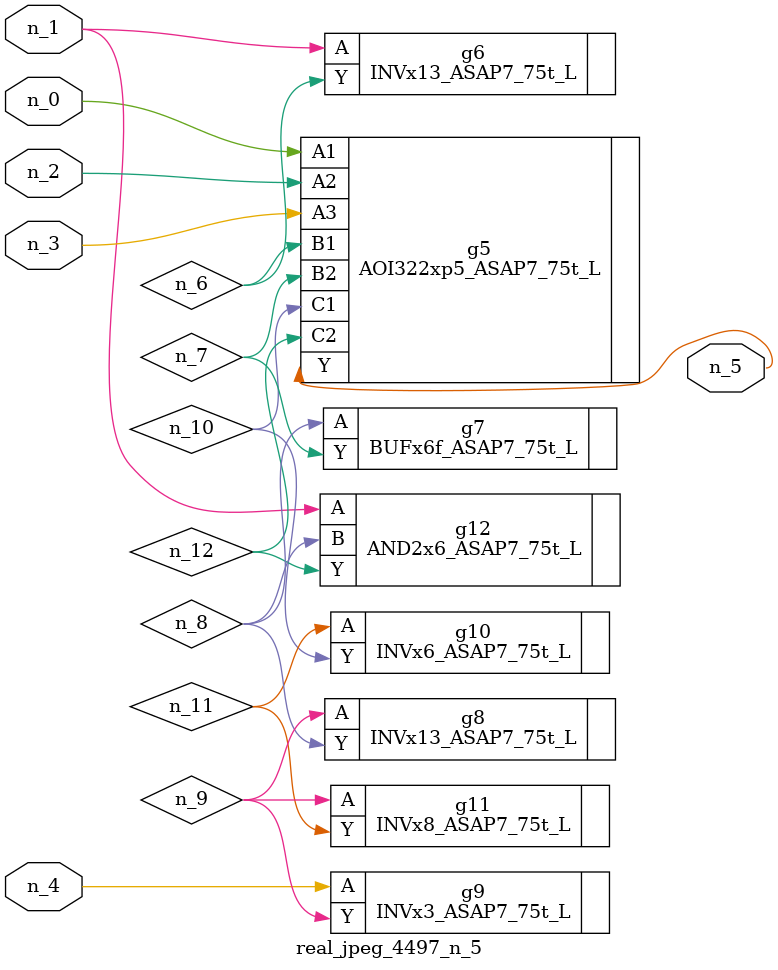
<source format=v>
module real_jpeg_4497_n_5 (n_4, n_0, n_1, n_2, n_3, n_5);

input n_4;
input n_0;
input n_1;
input n_2;
input n_3;

output n_5;

wire n_12;
wire n_8;
wire n_11;
wire n_6;
wire n_7;
wire n_10;
wire n_9;

AOI322xp5_ASAP7_75t_L g5 ( 
.A1(n_0),
.A2(n_2),
.A3(n_3),
.B1(n_6),
.B2(n_7),
.C1(n_10),
.C2(n_12),
.Y(n_5)
);

INVx13_ASAP7_75t_L g6 ( 
.A(n_1),
.Y(n_6)
);

AND2x6_ASAP7_75t_L g12 ( 
.A(n_1),
.B(n_8),
.Y(n_12)
);

INVx3_ASAP7_75t_L g9 ( 
.A(n_4),
.Y(n_9)
);

BUFx6f_ASAP7_75t_L g7 ( 
.A(n_8),
.Y(n_7)
);

INVx13_ASAP7_75t_L g8 ( 
.A(n_9),
.Y(n_8)
);

INVx8_ASAP7_75t_L g11 ( 
.A(n_9),
.Y(n_11)
);

INVx6_ASAP7_75t_L g10 ( 
.A(n_11),
.Y(n_10)
);


endmodule
</source>
